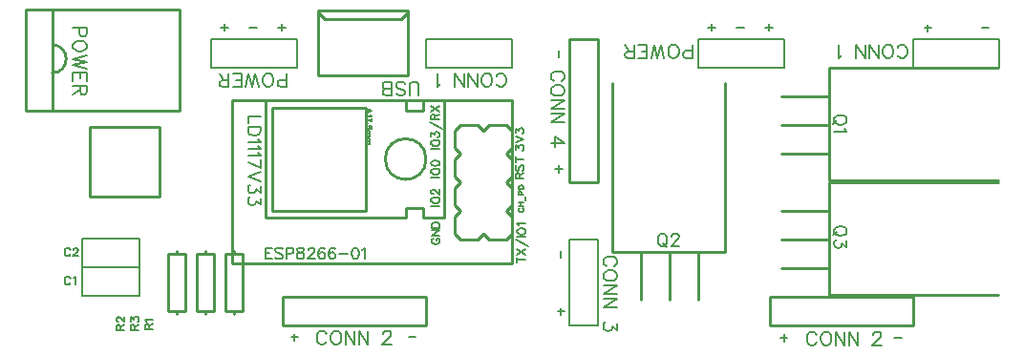
<source format=gto>
G04 ---------------------------- Layer name :TOP SILK LAYER*
G04 easyEDA 0.1*
G04 Scale: 100 percent, Rotated: No, Reflected: No *
G04 Dimensions in inches *
G04 leading zeros omitted , absolute positions ,2 integer and 4 * 
%FSLAX24Y24*%
%MOIN*%
G90*
G70D02*

%ADD10C,0.010000*%
%ADD11C,0.008000*%
%ADD12C,0.007992*%
%ADD13C,0.007900*%
%ADD14C,0.007000*%
%ADD15C,0.006000*%

%LPD*%
G54D10*
G01X9237Y21717D02*
G01X9237Y23977D01*
G01X9237Y21713D02*
G01X12386Y21713D01*
G01X12386Y21713D02*
G01X12386Y23973D01*
G01X9237Y23980D02*
G01X12386Y23980D01*
G01X9477Y23701D02*
G01X12142Y23701D01*
G01X9245Y23980D02*
G01X9245Y23933D01*
G01X9477Y23701D01*
G01X12375Y23973D02*
G01X12375Y23933D01*
G01X12142Y23701D01*
G54D11*
G01X13750Y23000D02*
G01X13000Y23000D01*
G01X13000Y22000D01*
G01X16000Y22000D01*
G01X16000Y23000D01*
G54D12*
G01X16000Y23000D02*
G01X13750Y23000D01*
G54D10*
G01X8000Y13000D02*
G01X8000Y14000D01*
G01X13000Y14000D01*
G01X13000Y13000D01*
G01X8000Y13000D01*
G01X1280Y19919D02*
G01X3719Y19919D01*
G01X3719Y17480D01*
G01X1280Y17480D01*
G01X1280Y19919D01*
G54D11*
G01X6250Y23000D02*
G01X5500Y23000D01*
G01X5500Y22000D01*
G01X8500Y22000D01*
G01X8500Y23000D01*
G54D12*
G01X8500Y23000D02*
G01X6250Y23000D01*
G54D10*
G01X6000Y13500D02*
G01X6000Y15500D01*
G01X6000Y15500D02*
G01X6300Y15500D01*
G01X6300Y15500D02*
G01X6600Y15500D01*
G01X6600Y15500D02*
G01X6600Y13500D01*
G01X6600Y13500D02*
G01X6300Y13500D01*
G01X6300Y13500D02*
G01X6000Y13500D01*
G01X6300Y15500D02*
G01X6300Y15600D01*
G01X6300Y13500D02*
G01X6300Y13400D01*
G54D11*
G01X30750Y23000D02*
G01X30000Y23000D01*
G01X30000Y22000D01*
G01X33000Y22000D01*
G01X33000Y23000D01*
G54D12*
G01X33000Y23000D02*
G01X30750Y23000D01*
G54D10*
G01X25000Y13000D02*
G01X25000Y14000D01*
G01X30000Y14000D01*
G01X30000Y13000D01*
G01X25000Y13000D01*
G54D11*
G01X23250Y23000D02*
G01X22500Y23000D01*
G01X22500Y22000D01*
G01X25500Y22000D01*
G01X25500Y23000D01*
G54D12*
G01X25500Y23000D02*
G01X23250Y23000D01*
G54D10*
G01X27064Y18042D02*
G01X32971Y18042D01*
G01X27064Y21980D02*
G01X27064Y18042D01*
G01X27064Y21980D02*
G01X32971Y21980D01*
G01X27000Y21000D02*
G01X25400Y21000D01*
G01X27000Y20000D02*
G01X25400Y20000D01*
G01X27000Y19000D02*
G01X25400Y19000D01*
G01X23456Y15565D02*
G01X23456Y21471D01*
G01X19519Y15565D02*
G01X23456Y15565D01*
G01X19519Y15565D02*
G01X19519Y21471D01*
G01X20500Y15500D02*
G01X20500Y13900D01*
G01X21500Y15500D02*
G01X21500Y13900D01*
G01X22500Y15500D02*
G01X22500Y13900D01*
G01X27064Y14042D02*
G01X32971Y14042D01*
G01X27064Y17980D02*
G01X27064Y14042D01*
G01X27064Y17980D02*
G01X32971Y17980D01*
G01X27000Y17000D02*
G01X25400Y17000D01*
G01X27000Y16000D02*
G01X25400Y16000D01*
G01X27000Y15000D02*
G01X25400Y15000D01*
G54D11*
G01X18000Y13750D02*
G01X18000Y13000D01*
G01X19000Y13000D01*
G01X19000Y16000D01*
G01X18000Y16000D01*
G54D12*
G01X18000Y16000D02*
G01X18000Y13750D01*
G54D10*
G01X19000Y18000D02*
G01X18000Y18000D01*
G01X18000Y23000D01*
G01X19000Y23000D01*
G01X19000Y18000D01*
G01X16000Y15150D02*
G01X16000Y20850D01*
G01X16000Y15150D02*
G01X6250Y15150D01*
G01X16000Y20850D02*
G01X6250Y20850D01*
G01X6250Y15150D01*
G01X14800Y16000D02*
G01X14200Y16000D01*
G01X14000Y16200D01*
G01X14000Y16800D01*
G01X14200Y17000D01*
G01X14000Y17200D01*
G01X14000Y17800D01*
G01X14200Y18000D01*
G01X14000Y18200D01*
G01X14000Y18800D01*
G01X14200Y19000D01*
G01X14000Y19200D01*
G01X14000Y19800D01*
G01X14200Y20000D01*
G01X14800Y20000D01*
G01X15000Y19800D01*
G01X15200Y20000D01*
G01X15800Y20000D01*
G01X16000Y19800D01*
G01X16000Y19200D01*
G01X15800Y19000D01*
G01X16000Y18800D01*
G01X16000Y18200D01*
G01X15800Y18000D01*
G01X16000Y17800D01*
G01X16000Y17200D01*
G01X15800Y17000D01*
G01X16000Y16800D01*
G01X16000Y16200D01*
G01X15800Y16000D01*
G01X15200Y16000D01*
G01X15000Y16200D01*
G01X14800Y16000D01*
G01X14700Y16000D01*
G01X7400Y20850D02*
G01X7400Y16750D01*
G01X13650Y16750D02*
G01X13650Y20850D01*
G01X7400Y16750D02*
G01X12300Y16750D01*
G01X12300Y16750D02*
G01X12300Y17100D01*
G01X12300Y17100D02*
G01X12900Y17100D01*
G01X12900Y17100D02*
G01X12900Y16750D01*
G01X12900Y16750D02*
G01X13650Y16750D01*
G01X7400Y20850D02*
G01X12300Y20850D01*
G01X12300Y20850D02*
G01X12300Y20500D01*
G01X12300Y20500D02*
G01X12900Y20500D01*
G01X12900Y20500D02*
G01X12900Y20850D01*
G01X12900Y20850D02*
G01X13650Y20850D01*
G01X7650Y20600D02*
G01X7650Y17000D01*
G01X10900Y17000D02*
G01X7650Y17000D01*
G01X10900Y17000D02*
G01X10900Y20600D01*
G01X7650Y20600D02*
G01X10900Y20600D01*
G54D13*
G01X1010Y14030D02*
G01X3010Y14030D01*
G01X3010Y15030D01*
G01X1010Y15030D01*
G01X1010Y14030D01*
G01X1010Y15030D02*
G01X3010Y15030D01*
G01X3010Y16030D01*
G01X1010Y16030D01*
G01X1010Y15030D01*
G54D10*
G01X5600Y15500D02*
G01X5600Y13500D01*
G01X5600Y13500D02*
G01X5300Y13500D01*
G01X5300Y13500D02*
G01X5000Y13500D01*
G01X5000Y13500D02*
G01X5000Y15500D01*
G01X5000Y15500D02*
G01X5300Y15500D01*
G01X5300Y15500D02*
G01X5600Y15500D01*
G01X5300Y13500D02*
G01X5300Y13400D01*
G01X5300Y15500D02*
G01X5300Y15600D01*
G01X4600Y15500D02*
G01X4600Y13500D01*
G01X4600Y13500D02*
G01X4300Y13500D01*
G01X4300Y13500D02*
G01X4000Y13500D01*
G01X4000Y13500D02*
G01X4000Y15500D01*
G01X4000Y15500D02*
G01X4300Y15500D01*
G01X4300Y15500D02*
G01X4600Y15500D01*
G01X4300Y13500D02*
G01X4300Y13400D01*
G01X4300Y15500D02*
G01X4300Y15600D01*
G01X-954Y24032D02*
G01X-954Y20508D01*
G01X4400Y20508D01*
G01X4400Y24032D01*
G01X-954Y24032D01*
G01X-28Y20508D02*
G01X-28Y24032D01*
G54D14*
G01X7229Y20300D02*
G01X6800Y20300D01*
G01X6800Y20300D02*
G01X6800Y20055D01*
G01X7229Y19919D02*
G01X6800Y19919D01*
G01X7229Y19919D02*
G01X7229Y19776D01*
G01X7209Y19715D01*
G01X7168Y19673D01*
G01X7127Y19653D01*
G01X7066Y19632D01*
G01X6964Y19632D01*
G01X6902Y19653D01*
G01X6861Y19673D01*
G01X6820Y19715D01*
G01X6800Y19776D01*
G01X6800Y19919D01*
G01X7148Y19498D02*
G01X7168Y19457D01*
G01X7229Y19396D01*
G01X6800Y19396D01*
G01X7148Y19261D02*
G01X7168Y19219D01*
G01X7229Y19159D01*
G01X6800Y19159D01*
G01X7148Y19023D02*
G01X7168Y18982D01*
G01X7229Y18921D01*
G01X6800Y18921D01*
G01X7229Y18500D02*
G01X6800Y18705D01*
G01X7229Y18786D02*
G01X7229Y18500D01*
G01X7229Y18365D02*
G01X6800Y18201D01*
G01X7229Y18038D02*
G01X6800Y18201D01*
G01X7229Y17861D02*
G01X7229Y17636D01*
G01X7066Y17759D01*
G01X7066Y17698D01*
G01X7045Y17657D01*
G01X7025Y17636D01*
G01X6964Y17615D01*
G01X6923Y17615D01*
G01X6861Y17636D01*
G01X6820Y17678D01*
G01X6800Y17738D01*
G01X6800Y17800D01*
G01X6820Y17861D01*
G01X6841Y17882D01*
G01X6882Y17903D01*
G01X7229Y17440D02*
G01X7229Y17215D01*
G01X7066Y17338D01*
G01X7066Y17277D01*
G01X7045Y17236D01*
G01X7025Y17215D01*
G01X6964Y17194D01*
G01X6923Y17194D01*
G01X6861Y17215D01*
G01X6820Y17255D01*
G01X6800Y17317D01*
G01X6800Y17378D01*
G01X6820Y17440D01*
G01X6841Y17461D01*
G01X6882Y17480D01*
G01X16135Y19126D02*
G01X16135Y19276D01*
G01X16244Y19194D01*
G01X16244Y19235D01*
G01X16258Y19263D01*
G01X16272Y19276D01*
G01X16313Y19290D01*
G01X16340Y19290D01*
G01X16381Y19276D01*
G01X16408Y19249D01*
G01X16422Y19208D01*
G01X16422Y19167D01*
G01X16408Y19126D01*
G01X16394Y19113D01*
G01X16367Y19099D01*
G01X16135Y19380D02*
G01X16422Y19489D01*
G01X16135Y19598D02*
G01X16422Y19489D01*
G01X16135Y19715D02*
G01X16135Y19865D01*
G01X16244Y19784D01*
G01X16244Y19824D01*
G01X16258Y19852D01*
G01X16272Y19865D01*
G01X16313Y19879D01*
G01X16340Y19879D01*
G01X16381Y19865D01*
G01X16408Y19838D01*
G01X16422Y19797D01*
G01X16422Y19756D01*
G01X16408Y19715D01*
G01X16394Y19702D01*
G01X16367Y19688D01*
G01X16189Y15275D02*
G01X16477Y15275D01*
G01X16189Y15180D02*
G01X16189Y15371D01*
G01X16189Y15461D02*
G01X16477Y15651D01*
G01X16189Y15651D02*
G01X16477Y15461D01*
G01X16135Y15986D02*
G01X16572Y15742D01*
G01X16189Y16076D02*
G01X16477Y16076D01*
G01X16189Y16248D02*
G01X16203Y16221D01*
G01X16231Y16194D01*
G01X16259Y16180D01*
G01X16298Y16167D01*
G01X16368Y16167D01*
G01X16409Y16180D01*
G01X16435Y16194D01*
G01X16463Y16221D01*
G01X16477Y16248D01*
G01X16477Y16303D01*
G01X16463Y16330D01*
G01X16435Y16357D01*
G01X16409Y16371D01*
G01X16368Y16384D01*
G01X16298Y16384D01*
G01X16259Y16371D01*
G01X16231Y16357D01*
G01X16203Y16330D01*
G01X16189Y16303D01*
G01X16189Y16248D01*
G01X16244Y16475D02*
G01X16231Y16503D01*
G01X16189Y16544D01*
G01X16477Y16544D01*
G01X16136Y18127D02*
G01X16423Y18127D01*
G01X16136Y18127D02*
G01X16136Y18250D01*
G01X16150Y18290D01*
G01X16164Y18303D01*
G01X16191Y18317D01*
G01X16218Y18317D01*
G01X16245Y18303D01*
G01X16259Y18290D01*
G01X16273Y18250D01*
G01X16273Y18127D01*
G01X16273Y18221D02*
G01X16423Y18317D01*
G01X16177Y18598D02*
G01X16150Y18571D01*
G01X16136Y18530D01*
G01X16136Y18476D01*
G01X16150Y18434D01*
G01X16177Y18407D01*
G01X16205Y18407D01*
G01X16232Y18421D01*
G01X16245Y18434D01*
G01X16259Y18461D01*
G01X16286Y18544D01*
G01X16300Y18571D01*
G01X16314Y18584D01*
G01X16341Y18598D01*
G01X16382Y18598D01*
G01X16409Y18571D01*
G01X16423Y18530D01*
G01X16423Y18476D01*
G01X16409Y18434D01*
G01X16382Y18407D01*
G01X16136Y18784D02*
G01X16423Y18784D01*
G01X16136Y18688D02*
G01X16136Y18880D01*
G01X16281Y17094D02*
G01X16263Y17084D01*
G01X16245Y17067D01*
G01X16236Y17048D01*
G01X16236Y17013D01*
G01X16245Y16994D01*
G01X16263Y16976D01*
G01X16281Y16967D01*
G01X16309Y16957D01*
G01X16354Y16957D01*
G01X16381Y16967D01*
G01X16400Y16976D01*
G01X16418Y16994D01*
G01X16427Y17013D01*
G01X16427Y17048D01*
G01X16418Y17067D01*
G01X16400Y17084D01*
G01X16381Y17094D01*
G01X16236Y17153D02*
G01X16427Y17153D01*
G01X16236Y17282D02*
G01X16427Y17282D01*
G01X16327Y17153D02*
G01X16327Y17282D01*
G01X16490Y17342D02*
G01X16490Y17505D01*
G01X16236Y17565D02*
G01X16427Y17565D01*
G01X16236Y17565D02*
G01X16236Y17646D01*
G01X16245Y17673D01*
G01X16254Y17682D01*
G01X16272Y17692D01*
G01X16300Y17692D01*
G01X16318Y17682D01*
G01X16327Y17673D01*
G01X16336Y17646D01*
G01X16336Y17565D01*
G01X16236Y17753D02*
G01X16427Y17753D01*
G01X16236Y17753D02*
G01X16236Y17815D01*
G01X16245Y17842D01*
G01X16263Y17861D01*
G01X16281Y17871D01*
G01X16309Y17880D01*
G01X16354Y17880D01*
G01X16381Y17871D01*
G01X16400Y17861D01*
G01X16418Y17842D01*
G01X16427Y17815D01*
G01X16427Y17753D01*
G01X13268Y16038D02*
G01X13240Y16024D01*
G01X13213Y15997D01*
G01X13199Y15969D01*
G01X13199Y15915D01*
G01X13213Y15888D01*
G01X13240Y15860D01*
G01X13268Y15847D01*
G01X13308Y15833D01*
G01X13377Y15833D01*
G01X13418Y15847D01*
G01X13445Y15860D01*
G01X13472Y15888D01*
G01X13486Y15915D01*
G01X13486Y15969D01*
G01X13472Y15997D01*
G01X13445Y16024D01*
G01X13418Y16038D01*
G01X13377Y16038D01*
G01X13377Y15969D02*
G01X13377Y16038D01*
G01X13199Y16128D02*
G01X13486Y16128D01*
G01X13199Y16128D02*
G01X13486Y16318D01*
G01X13199Y16318D02*
G01X13486Y16318D01*
G01X13199Y16408D02*
G01X13486Y16408D01*
G01X13199Y16408D02*
G01X13199Y16504D01*
G01X13213Y16545D01*
G01X13240Y16572D01*
G01X13268Y16586D01*
G01X13308Y16599D01*
G01X13377Y16599D01*
G01X13418Y16586D01*
G01X13445Y16572D01*
G01X13472Y16545D01*
G01X13486Y16504D01*
G01X13486Y16408D01*
G01X13194Y17165D02*
G01X13481Y17165D01*
G01X13194Y17338D02*
G01X13209Y17311D01*
G01X13235Y17282D01*
G01X13264Y17269D01*
G01X13303Y17255D01*
G01X13372Y17255D01*
G01X13414Y17269D01*
G01X13440Y17282D01*
G01X13468Y17311D01*
G01X13481Y17338D01*
G01X13481Y17392D01*
G01X13468Y17419D01*
G01X13440Y17446D01*
G01X13414Y17461D01*
G01X13372Y17473D01*
G01X13303Y17473D01*
G01X13264Y17461D01*
G01X13235Y17446D01*
G01X13209Y17419D01*
G01X13194Y17392D01*
G01X13194Y17338D01*
G01X13264Y17578D02*
G01X13250Y17578D01*
G01X13222Y17590D01*
G01X13209Y17605D01*
G01X13194Y17632D01*
G01X13194Y17686D01*
G01X13209Y17713D01*
G01X13222Y17728D01*
G01X13250Y17740D01*
G01X13277Y17740D01*
G01X13303Y17728D01*
G01X13344Y17701D01*
G01X13481Y17563D01*
G01X13481Y17755D01*
G01X13194Y18165D02*
G01X13481Y18165D01*
G01X13194Y18338D02*
G01X13209Y18311D01*
G01X13235Y18282D01*
G01X13264Y18269D01*
G01X13303Y18255D01*
G01X13372Y18255D01*
G01X13414Y18269D01*
G01X13440Y18282D01*
G01X13468Y18311D01*
G01X13481Y18338D01*
G01X13481Y18392D01*
G01X13468Y18419D01*
G01X13440Y18446D01*
G01X13414Y18461D01*
G01X13372Y18473D01*
G01X13303Y18473D01*
G01X13264Y18461D01*
G01X13235Y18446D01*
G01X13209Y18419D01*
G01X13194Y18392D01*
G01X13194Y18338D01*
G01X13194Y18646D02*
G01X13209Y18605D01*
G01X13250Y18578D01*
G01X13318Y18563D01*
G01X13359Y18563D01*
G01X13427Y18578D01*
G01X13468Y18605D01*
G01X13481Y18646D01*
G01X13481Y18673D01*
G01X13468Y18713D01*
G01X13427Y18740D01*
G01X13359Y18755D01*
G01X13318Y18755D01*
G01X13250Y18740D01*
G01X13209Y18713D01*
G01X13194Y18673D01*
G01X13194Y18646D01*
G01X13189Y19165D02*
G01X13477Y19165D01*
G01X13189Y19338D02*
G01X13203Y19311D01*
G01X13231Y19282D01*
G01X13259Y19269D01*
G01X13298Y19255D01*
G01X13368Y19255D01*
G01X13409Y19269D01*
G01X13435Y19282D01*
G01X13463Y19311D01*
G01X13477Y19338D01*
G01X13477Y19392D01*
G01X13463Y19419D01*
G01X13435Y19446D01*
G01X13409Y19461D01*
G01X13368Y19473D01*
G01X13298Y19473D01*
G01X13259Y19461D01*
G01X13231Y19446D01*
G01X13203Y19419D01*
G01X13189Y19392D01*
G01X13189Y19338D01*
G01X13189Y19590D02*
G01X13189Y19740D01*
G01X13298Y19659D01*
G01X13298Y19701D01*
G01X13313Y19728D01*
G01X13327Y19740D01*
G01X13368Y19755D01*
G01X13394Y19755D01*
G01X13435Y19740D01*
G01X13463Y19713D01*
G01X13477Y19673D01*
G01X13477Y19632D01*
G01X13463Y19590D01*
G01X13448Y19578D01*
G01X13422Y19563D01*
G01X13135Y20090D02*
G01X13572Y19844D01*
G01X13189Y20180D02*
G01X13477Y20180D01*
G01X13189Y20180D02*
G01X13189Y20303D01*
G01X13203Y20344D01*
G01X13218Y20357D01*
G01X13244Y20371D01*
G01X13272Y20371D01*
G01X13298Y20357D01*
G01X13313Y20344D01*
G01X13327Y20303D01*
G01X13327Y20180D01*
G01X13327Y20276D02*
G01X13477Y20371D01*
G01X13189Y20461D02*
G01X13477Y20652D01*
G01X13189Y20652D02*
G01X13477Y20461D01*
G54D11*
G01X8150Y21322D02*
G01X8150Y21800D01*
G01X8150Y21322D02*
G01X7944Y21322D01*
G01X7877Y21345D01*
G01X7855Y21368D01*
G01X7831Y21413D01*
G01X7831Y21481D01*
G01X7855Y21527D01*
G01X7877Y21550D01*
G01X7944Y21572D01*
G01X8150Y21572D01*
G01X7544Y21322D02*
G01X7590Y21345D01*
G01X7635Y21390D01*
G01X7659Y21436D01*
G01X7681Y21504D01*
G01X7681Y21618D01*
G01X7659Y21686D01*
G01X7635Y21731D01*
G01X7590Y21777D01*
G01X7544Y21800D01*
G01X7455Y21800D01*
G01X7409Y21777D01*
G01X7364Y21731D01*
G01X7340Y21686D01*
G01X7318Y21618D01*
G01X7318Y21504D01*
G01X7340Y21436D01*
G01X7364Y21390D01*
G01X7409Y21345D01*
G01X7455Y21322D01*
G01X7544Y21322D01*
G01X7168Y21322D02*
G01X7055Y21800D01*
G01X6940Y21322D02*
G01X7055Y21800D01*
G01X6940Y21322D02*
G01X6827Y21800D01*
G01X6714Y21322D02*
G01X6827Y21800D01*
G01X6564Y21322D02*
G01X6564Y21800D01*
G01X6564Y21322D02*
G01X6268Y21322D01*
G01X6564Y21550D02*
G01X6381Y21550D01*
G01X6564Y21800D02*
G01X6268Y21800D01*
G01X6118Y21322D02*
G01X6118Y21800D01*
G01X6118Y21322D02*
G01X5914Y21322D01*
G01X5844Y21345D01*
G01X5822Y21368D01*
G01X5800Y21413D01*
G01X5800Y21459D01*
G01X5822Y21504D01*
G01X5844Y21527D01*
G01X5914Y21550D01*
G01X6118Y21550D01*
G01X5959Y21550D02*
G01X5800Y21800D01*
G01X15463Y21436D02*
G01X15486Y21390D01*
G01X15531Y21344D01*
G01X15577Y21321D01*
G01X15668Y21321D01*
G01X15713Y21344D01*
G01X15759Y21390D01*
G01X15781Y21436D01*
G01X15804Y21503D01*
G01X15804Y21617D01*
G01X15781Y21686D01*
G01X15759Y21730D01*
G01X15713Y21777D01*
G01X15668Y21800D01*
G01X15577Y21800D01*
G01X15531Y21777D01*
G01X15486Y21730D01*
G01X15463Y21686D01*
G01X15177Y21321D02*
G01X15222Y21344D01*
G01X15268Y21390D01*
G01X15290Y21436D01*
G01X15313Y21503D01*
G01X15313Y21617D01*
G01X15290Y21686D01*
G01X15268Y21730D01*
G01X15222Y21777D01*
G01X15177Y21800D01*
G01X15086Y21800D01*
G01X15040Y21777D01*
G01X14995Y21730D01*
G01X14972Y21686D01*
G01X14949Y21617D01*
G01X14949Y21503D01*
G01X14972Y21436D01*
G01X14995Y21390D01*
G01X15040Y21344D01*
G01X15086Y21321D01*
G01X15177Y21321D01*
G01X14799Y21321D02*
G01X14799Y21800D01*
G01X14799Y21321D02*
G01X14481Y21800D01*
G01X14481Y21321D02*
G01X14481Y21800D01*
G01X14331Y21321D02*
G01X14331Y21800D01*
G01X14331Y21321D02*
G01X14013Y21800D01*
G01X14013Y21321D02*
G01X14013Y21800D01*
G01X13513Y21413D02*
G01X13468Y21390D01*
G01X13399Y21321D01*
G01X13399Y21800D01*
G01X29464Y22436D02*
G01X29487Y22390D01*
G01X29532Y22344D01*
G01X29578Y22321D01*
G01X29669Y22321D01*
G01X29714Y22344D01*
G01X29760Y22390D01*
G01X29782Y22436D01*
G01X29805Y22503D01*
G01X29805Y22617D01*
G01X29782Y22686D01*
G01X29760Y22730D01*
G01X29714Y22777D01*
G01X29669Y22800D01*
G01X29578Y22800D01*
G01X29532Y22777D01*
G01X29487Y22730D01*
G01X29464Y22686D01*
G01X29178Y22321D02*
G01X29223Y22344D01*
G01X29269Y22390D01*
G01X29291Y22436D01*
G01X29314Y22503D01*
G01X29314Y22617D01*
G01X29291Y22686D01*
G01X29269Y22730D01*
G01X29223Y22777D01*
G01X29178Y22800D01*
G01X29087Y22800D01*
G01X29041Y22777D01*
G01X28996Y22730D01*
G01X28973Y22686D01*
G01X28950Y22617D01*
G01X28950Y22503D01*
G01X28973Y22436D01*
G01X28996Y22390D01*
G01X29041Y22344D01*
G01X29087Y22321D01*
G01X29178Y22321D01*
G01X28800Y22321D02*
G01X28800Y22800D01*
G01X28800Y22321D02*
G01X28482Y22800D01*
G01X28482Y22321D02*
G01X28482Y22800D01*
G01X28332Y22321D02*
G01X28332Y22800D01*
G01X28332Y22321D02*
G01X28014Y22800D01*
G01X28014Y22321D02*
G01X28014Y22800D01*
G01X27514Y22413D02*
G01X27469Y22390D01*
G01X27400Y22321D01*
G01X27400Y22800D01*
G01X9540Y12686D02*
G01X9518Y12732D01*
G01X9472Y12776D01*
G01X9427Y12800D01*
G01X9335Y12800D01*
G01X9290Y12776D01*
G01X9244Y12732D01*
G01X9222Y12686D01*
G01X9200Y12617D01*
G01X9200Y12503D01*
G01X9222Y12436D01*
G01X9244Y12390D01*
G01X9290Y12344D01*
G01X9335Y12321D01*
G01X9427Y12321D01*
G01X9472Y12344D01*
G01X9518Y12390D01*
G01X9540Y12436D01*
G01X9827Y12800D02*
G01X9781Y12776D01*
G01X9735Y12732D01*
G01X9714Y12686D01*
G01X9690Y12617D01*
G01X9690Y12503D01*
G01X9714Y12436D01*
G01X9735Y12390D01*
G01X9781Y12344D01*
G01X9827Y12321D01*
G01X9918Y12321D01*
G01X9964Y12344D01*
G01X10009Y12390D01*
G01X10031Y12436D01*
G01X10055Y12503D01*
G01X10055Y12617D01*
G01X10031Y12686D01*
G01X10009Y12732D01*
G01X9964Y12776D01*
G01X9918Y12800D01*
G01X9827Y12800D01*
G01X10205Y12800D02*
G01X10205Y12321D01*
G01X10205Y12800D02*
G01X10522Y12321D01*
G01X10522Y12800D02*
G01X10522Y12321D01*
G01X10672Y12800D02*
G01X10672Y12321D01*
G01X10672Y12800D02*
G01X10990Y12321D01*
G01X10990Y12800D02*
G01X10990Y12321D01*
G01X11514Y12686D02*
G01X11514Y12709D01*
G01X11535Y12753D01*
G01X11559Y12776D01*
G01X11605Y12800D01*
G01X11694Y12800D01*
G01X11740Y12776D01*
G01X11764Y12753D01*
G01X11785Y12709D01*
G01X11785Y12663D01*
G01X11764Y12617D01*
G01X11718Y12550D01*
G01X11490Y12321D01*
G01X11809Y12321D01*
G01X26640Y12659D02*
G01X26618Y12705D01*
G01X26572Y12750D01*
G01X26527Y12773D01*
G01X26435Y12773D01*
G01X26390Y12750D01*
G01X26344Y12705D01*
G01X26322Y12659D01*
G01X26300Y12590D01*
G01X26300Y12476D01*
G01X26322Y12409D01*
G01X26344Y12363D01*
G01X26390Y12317D01*
G01X26435Y12294D01*
G01X26527Y12294D01*
G01X26572Y12317D01*
G01X26618Y12363D01*
G01X26640Y12409D01*
G01X26927Y12773D02*
G01X26881Y12750D01*
G01X26835Y12705D01*
G01X26814Y12659D01*
G01X26790Y12590D01*
G01X26790Y12476D01*
G01X26814Y12409D01*
G01X26835Y12363D01*
G01X26881Y12317D01*
G01X26927Y12294D01*
G01X27018Y12294D01*
G01X27064Y12317D01*
G01X27109Y12363D01*
G01X27131Y12409D01*
G01X27155Y12476D01*
G01X27155Y12590D01*
G01X27131Y12659D01*
G01X27109Y12705D01*
G01X27064Y12750D01*
G01X27018Y12773D01*
G01X26927Y12773D01*
G01X27305Y12773D02*
G01X27305Y12294D01*
G01X27305Y12773D02*
G01X27622Y12294D01*
G01X27622Y12773D02*
G01X27622Y12294D01*
G01X27772Y12773D02*
G01X27772Y12294D01*
G01X27772Y12773D02*
G01X28090Y12294D01*
G01X28090Y12773D02*
G01X28090Y12294D01*
G01X28614Y12659D02*
G01X28614Y12682D01*
G01X28635Y12726D01*
G01X28659Y12750D01*
G01X28705Y12773D01*
G01X28794Y12773D01*
G01X28840Y12750D01*
G01X28864Y12726D01*
G01X28885Y12682D01*
G01X28885Y12636D01*
G01X28864Y12590D01*
G01X28818Y12523D01*
G01X28590Y12294D01*
G01X28909Y12294D01*
G01X19563Y15059D02*
G01X19609Y15082D01*
G01X19654Y15126D01*
G01X19677Y15173D01*
G01X19677Y15263D01*
G01X19654Y15309D01*
G01X19609Y15355D01*
G01X19563Y15376D01*
G01X19495Y15400D01*
G01X19381Y15400D01*
G01X19313Y15376D01*
G01X19268Y15355D01*
G01X19222Y15309D01*
G01X19199Y15263D01*
G01X19199Y15173D01*
G01X19222Y15126D01*
G01X19268Y15082D01*
G01X19313Y15059D01*
G01X19677Y14773D02*
G01X19654Y14817D01*
G01X19609Y14863D01*
G01X19563Y14886D01*
G01X19495Y14909D01*
G01X19381Y14909D01*
G01X19313Y14886D01*
G01X19268Y14863D01*
G01X19222Y14817D01*
G01X19199Y14773D01*
G01X19199Y14682D01*
G01X19222Y14636D01*
G01X19268Y14590D01*
G01X19313Y14567D01*
G01X19381Y14544D01*
G01X19495Y14544D01*
G01X19563Y14567D01*
G01X19609Y14590D01*
G01X19654Y14636D01*
G01X19677Y14682D01*
G01X19677Y14773D01*
G01X19677Y14394D02*
G01X19199Y14394D01*
G01X19677Y14394D02*
G01X19199Y14076D01*
G01X19677Y14076D02*
G01X19199Y14076D01*
G01X19677Y13926D02*
G01X19199Y13926D01*
G01X19677Y13926D02*
G01X19199Y13609D01*
G01X19677Y13609D02*
G01X19199Y13609D01*
G01X19677Y13063D02*
G01X19677Y12813D01*
G01X19495Y12950D01*
G01X19495Y12882D01*
G01X19472Y12836D01*
G01X19449Y12813D01*
G01X19381Y12790D01*
G01X19336Y12790D01*
G01X19268Y12813D01*
G01X19222Y12859D01*
G01X19199Y12926D01*
G01X19199Y12994D01*
G01X19222Y13063D01*
G01X19245Y13086D01*
G01X19290Y13109D01*
G01X17731Y21527D02*
G01X17777Y21550D01*
G01X17822Y21595D01*
G01X17846Y21641D01*
G01X17846Y21732D01*
G01X17822Y21777D01*
G01X17777Y21823D01*
G01X17731Y21845D01*
G01X17664Y21868D01*
G01X17550Y21868D01*
G01X17481Y21845D01*
G01X17436Y21823D01*
G01X17390Y21777D01*
G01X17368Y21732D01*
G01X17368Y21641D01*
G01X17390Y21595D01*
G01X17436Y21550D01*
G01X17481Y21527D01*
G01X17846Y21241D02*
G01X17822Y21286D01*
G01X17777Y21332D01*
G01X17731Y21354D01*
G01X17664Y21377D01*
G01X17550Y21377D01*
G01X17481Y21354D01*
G01X17436Y21332D01*
G01X17390Y21286D01*
G01X17368Y21241D01*
G01X17368Y21150D01*
G01X17390Y21104D01*
G01X17436Y21059D01*
G01X17481Y21036D01*
G01X17550Y21013D01*
G01X17664Y21013D01*
G01X17731Y21036D01*
G01X17777Y21059D01*
G01X17822Y21104D01*
G01X17846Y21150D01*
G01X17846Y21241D01*
G01X17846Y20863D02*
G01X17368Y20863D01*
G01X17846Y20863D02*
G01X17368Y20545D01*
G01X17846Y20545D02*
G01X17368Y20545D01*
G01X17846Y20395D02*
G01X17368Y20395D01*
G01X17846Y20395D02*
G01X17368Y20077D01*
G01X17846Y20077D02*
G01X17368Y20077D01*
G01X17846Y19350D02*
G01X17527Y19577D01*
G01X17527Y19236D01*
G01X17846Y19350D02*
G01X17368Y19350D01*
G01X17846Y13476D02*
G01X17600Y13476D01*
G01X17722Y13600D02*
G01X17722Y13355D01*
G01X17700Y15600D02*
G01X17700Y15355D01*
G01X7100Y23400D02*
G01X6855Y23400D01*
G01X5977Y23277D02*
G01X5977Y23523D01*
G01X6100Y23400D02*
G01X5855Y23400D01*
G01X7977Y23277D02*
G01X7977Y23523D01*
G01X8100Y23400D02*
G01X7855Y23400D01*
G01X24100Y23400D02*
G01X23855Y23400D01*
G01X22977Y23277D02*
G01X22977Y23523D01*
G01X23100Y23400D02*
G01X22855Y23400D01*
G01X24977Y23277D02*
G01X24977Y23523D01*
G01X25100Y23400D02*
G01X24855Y23400D01*
G01X32644Y23400D02*
G01X32399Y23400D01*
G01X30521Y23253D02*
G01X30521Y23500D01*
G01X30644Y23377D02*
G01X30399Y23377D01*
G01X22300Y22327D02*
G01X22300Y22805D01*
G01X22300Y22327D02*
G01X22094Y22327D01*
G01X22027Y22350D01*
G01X22005Y22373D01*
G01X21981Y22418D01*
G01X21981Y22486D01*
G01X22005Y22532D01*
G01X22027Y22555D01*
G01X22094Y22577D01*
G01X22300Y22577D01*
G01X21694Y22327D02*
G01X21740Y22350D01*
G01X21785Y22395D01*
G01X21809Y22441D01*
G01X21831Y22509D01*
G01X21831Y22623D01*
G01X21809Y22691D01*
G01X21785Y22736D01*
G01X21740Y22782D01*
G01X21694Y22805D01*
G01X21605Y22805D01*
G01X21559Y22782D01*
G01X21514Y22736D01*
G01X21490Y22691D01*
G01X21468Y22623D01*
G01X21468Y22509D01*
G01X21490Y22441D01*
G01X21514Y22395D01*
G01X21559Y22350D01*
G01X21605Y22327D01*
G01X21694Y22327D01*
G01X21318Y22327D02*
G01X21205Y22805D01*
G01X21090Y22327D02*
G01X21205Y22805D01*
G01X21090Y22327D02*
G01X20977Y22805D01*
G01X20864Y22327D02*
G01X20977Y22805D01*
G01X20714Y22327D02*
G01X20714Y22805D01*
G01X20714Y22327D02*
G01X20418Y22327D01*
G01X20714Y22555D02*
G01X20531Y22555D01*
G01X20714Y22805D02*
G01X20418Y22805D01*
G01X20268Y22327D02*
G01X20268Y22805D01*
G01X20268Y22327D02*
G01X20064Y22327D01*
G01X19994Y22350D01*
G01X19972Y22373D01*
G01X19950Y22418D01*
G01X19950Y22464D01*
G01X19972Y22509D01*
G01X19994Y22532D01*
G01X20064Y22555D01*
G01X20268Y22555D01*
G01X20109Y22555D02*
G01X19950Y22805D01*
G01X12754Y21021D02*
G01X12754Y21363D01*
G01X12731Y21430D01*
G01X12686Y21477D01*
G01X12618Y21500D01*
G01X12572Y21500D01*
G01X12504Y21477D01*
G01X12459Y21430D01*
G01X12436Y21363D01*
G01X12436Y21021D01*
G01X11968Y21090D02*
G01X12013Y21044D01*
G01X12081Y21021D01*
G01X12172Y21021D01*
G01X12240Y21044D01*
G01X12286Y21090D01*
G01X12286Y21136D01*
G01X12263Y21180D01*
G01X12240Y21203D01*
G01X12195Y21227D01*
G01X12059Y21271D01*
G01X12013Y21294D01*
G01X11990Y21317D01*
G01X11968Y21363D01*
G01X11968Y21430D01*
G01X12013Y21477D01*
G01X12081Y21500D01*
G01X12172Y21500D01*
G01X12240Y21477D01*
G01X12286Y21430D01*
G01X11818Y21021D02*
G01X11818Y21500D01*
G01X11818Y21021D02*
G01X11613Y21021D01*
G01X11545Y21044D01*
G01X11522Y21067D01*
G01X11499Y21113D01*
G01X11499Y21159D01*
G01X11522Y21203D01*
G01X11545Y21227D01*
G01X11613Y21250D01*
G01X11818Y21250D02*
G01X11613Y21250D01*
G01X11545Y21271D01*
G01X11522Y21294D01*
G01X11499Y21340D01*
G01X11499Y21409D01*
G01X11522Y21453D01*
G01X11545Y21477D01*
G01X11613Y21500D01*
G01X11818Y21500D01*
G01X1172Y23400D02*
G01X694Y23400D01*
G01X1172Y23400D02*
G01X1172Y23194D01*
G01X1149Y23127D01*
G01X1126Y23105D01*
G01X1081Y23082D01*
G01X1013Y23082D01*
G01X967Y23105D01*
G01X944Y23127D01*
G01X922Y23194D01*
G01X922Y23400D01*
G01X1172Y22794D02*
G01X1149Y22840D01*
G01X1104Y22886D01*
G01X1058Y22909D01*
G01X990Y22932D01*
G01X876Y22932D01*
G01X808Y22909D01*
G01X763Y22886D01*
G01X717Y22840D01*
G01X694Y22794D01*
G01X694Y22705D01*
G01X717Y22659D01*
G01X763Y22613D01*
G01X808Y22590D01*
G01X876Y22567D01*
G01X990Y22567D01*
G01X1058Y22590D01*
G01X1104Y22613D01*
G01X1149Y22659D01*
G01X1172Y22705D01*
G01X1172Y22794D01*
G01X1172Y22417D02*
G01X694Y22305D01*
G01X1172Y22190D02*
G01X694Y22305D01*
G01X1172Y22190D02*
G01X694Y22077D01*
G01X1172Y21963D02*
G01X694Y22077D01*
G01X1172Y21813D02*
G01X694Y21813D01*
G01X1172Y21813D02*
G01X1172Y21517D01*
G01X944Y21813D02*
G01X944Y21632D01*
G01X694Y21813D02*
G01X694Y21517D01*
G01X1172Y21367D02*
G01X694Y21367D01*
G01X1172Y21367D02*
G01X1172Y21163D01*
G01X1149Y21094D01*
G01X1126Y21073D01*
G01X1081Y21050D01*
G01X1035Y21050D01*
G01X990Y21073D01*
G01X967Y21094D01*
G01X944Y21163D01*
G01X944Y21367D01*
G01X944Y21209D02*
G01X694Y21050D01*
G01X8422Y12453D02*
G01X8422Y12700D01*
G01X8545Y12576D02*
G01X8300Y12576D01*
G01X12645Y12600D02*
G01X12400Y12600D01*
G54D14*
G01X2699Y12828D02*
G01X2986Y12828D01*
G01X2699Y12828D02*
G01X2699Y12951D01*
G01X2713Y12992D01*
G01X2727Y13005D01*
G01X2754Y13019D01*
G01X2781Y13019D01*
G01X2808Y13005D01*
G01X2822Y12992D01*
G01X2836Y12951D01*
G01X2836Y12828D01*
G01X2836Y12923D02*
G01X2986Y13019D01*
G01X2699Y13136D02*
G01X2699Y13286D01*
G01X2808Y13204D01*
G01X2808Y13245D01*
G01X2822Y13273D01*
G01X2836Y13286D01*
G01X2877Y13300D01*
G01X2904Y13300D01*
G01X2945Y13286D01*
G01X2972Y13259D01*
G01X2986Y13218D01*
G01X2986Y13177D01*
G01X2972Y13136D01*
G01X2958Y13123D01*
G01X2931Y13109D01*
G54D11*
G01X25500Y12432D02*
G01X25500Y12678D01*
G01X25622Y12555D02*
G01X25377Y12555D01*
G01X29600Y12555D02*
G01X29355Y12555D01*
G54D14*
G01X27689Y20211D02*
G01X27669Y20253D01*
G01X27628Y20294D01*
G01X27587Y20315D01*
G01X27526Y20334D01*
G01X27424Y20334D01*
G01X27362Y20315D01*
G01X27321Y20294D01*
G01X27280Y20253D01*
G01X27260Y20211D01*
G01X27260Y20130D01*
G01X27280Y20090D01*
G01X27321Y20048D01*
G01X27362Y20028D01*
G01X27424Y20007D01*
G01X27526Y20007D01*
G01X27587Y20028D01*
G01X27628Y20048D01*
G01X27669Y20090D01*
G01X27689Y20130D01*
G01X27689Y20211D01*
G01X27342Y20151D02*
G01X27219Y20028D01*
G01X27608Y19873D02*
G01X27628Y19832D01*
G01X27689Y19769D01*
G01X27260Y19769D01*
G01X21223Y16200D02*
G01X21182Y16180D01*
G01X21141Y16138D01*
G01X21120Y16098D01*
G01X21100Y16036D01*
G01X21100Y15934D01*
G01X21120Y15873D01*
G01X21141Y15832D01*
G01X21182Y15790D01*
G01X21223Y15771D01*
G01X21305Y15771D01*
G01X21345Y15790D01*
G01X21386Y15832D01*
G01X21407Y15873D01*
G01X21427Y15934D01*
G01X21427Y16036D01*
G01X21407Y16098D01*
G01X21386Y16138D01*
G01X21345Y16180D01*
G01X21305Y16200D01*
G01X21223Y16200D01*
G01X21284Y15853D02*
G01X21407Y15730D01*
G01X21583Y16098D02*
G01X21583Y16119D01*
G01X21603Y16159D01*
G01X21624Y16180D01*
G01X21665Y16200D01*
G01X21746Y16200D01*
G01X21787Y16180D01*
G01X21808Y16159D01*
G01X21828Y16119D01*
G01X21828Y16078D01*
G01X21808Y16036D01*
G01X21767Y15975D01*
G01X21562Y15771D01*
G01X21849Y15771D01*
G01X27689Y16328D02*
G01X27669Y16369D01*
G01X27628Y16410D01*
G01X27587Y16431D01*
G01X27526Y16451D01*
G01X27424Y16451D01*
G01X27362Y16431D01*
G01X27321Y16410D01*
G01X27280Y16369D01*
G01X27260Y16328D01*
G01X27260Y16246D01*
G01X27280Y16206D01*
G01X27321Y16165D01*
G01X27362Y16144D01*
G01X27424Y16124D01*
G01X27526Y16124D01*
G01X27587Y16144D01*
G01X27628Y16165D01*
G01X27669Y16206D01*
G01X27689Y16246D01*
G01X27689Y16328D01*
G01X27342Y16267D02*
G01X27219Y16144D01*
G01X27689Y15948D02*
G01X27689Y15723D01*
G01X27526Y15846D01*
G01X27526Y15784D01*
G01X27505Y15743D01*
G01X27485Y15723D01*
G01X27424Y15702D01*
G01X27383Y15702D01*
G01X27321Y15723D01*
G01X27280Y15764D01*
G01X27260Y15825D01*
G01X27260Y15886D01*
G01X27280Y15948D01*
G01X27301Y15968D01*
G01X27342Y15989D01*
G54D11*
G01X17768Y18453D02*
G01X17522Y18453D01*
G01X17644Y18577D02*
G01X17644Y18332D01*
G01X17644Y22600D02*
G01X17644Y22355D01*
G54D14*
G01X7399Y15700D02*
G01X7399Y15318D01*
G01X7399Y15700D02*
G01X7635Y15700D01*
G01X7399Y15518D02*
G01X7544Y15518D01*
G01X7399Y15318D02*
G01X7635Y15318D01*
G01X8010Y15646D02*
G01X7974Y15682D01*
G01X7919Y15700D01*
G01X7846Y15700D01*
G01X7792Y15682D01*
G01X7755Y15646D01*
G01X7755Y15609D01*
G01X7774Y15573D01*
G01X7792Y15555D01*
G01X7828Y15537D01*
G01X7937Y15500D01*
G01X7974Y15482D01*
G01X7992Y15464D01*
G01X8010Y15427D01*
G01X8010Y15373D01*
G01X7974Y15337D01*
G01X7919Y15318D01*
G01X7846Y15318D01*
G01X7792Y15337D01*
G01X7755Y15373D01*
G01X8130Y15700D02*
G01X8130Y15318D01*
G01X8130Y15700D02*
G01X8294Y15700D01*
G01X8348Y15682D01*
G01X8366Y15664D01*
G01X8384Y15627D01*
G01X8384Y15573D01*
G01X8366Y15537D01*
G01X8348Y15518D01*
G01X8294Y15500D01*
G01X8130Y15500D01*
G01X8595Y15700D02*
G01X8541Y15682D01*
G01X8523Y15646D01*
G01X8523Y15609D01*
G01X8541Y15573D01*
G01X8577Y15555D01*
G01X8650Y15537D01*
G01X8704Y15518D01*
G01X8741Y15482D01*
G01X8759Y15446D01*
G01X8759Y15391D01*
G01X8741Y15355D01*
G01X8723Y15337D01*
G01X8668Y15318D01*
G01X8595Y15318D01*
G01X8541Y15337D01*
G01X8523Y15355D01*
G01X8504Y15391D01*
G01X8504Y15446D01*
G01X8523Y15482D01*
G01X8559Y15518D01*
G01X8614Y15537D01*
G01X8686Y15555D01*
G01X8723Y15573D01*
G01X8741Y15609D01*
G01X8741Y15646D01*
G01X8723Y15682D01*
G01X8668Y15700D01*
G01X8595Y15700D01*
G01X8897Y15609D02*
G01X8897Y15627D01*
G01X8915Y15664D01*
G01X8934Y15682D01*
G01X8970Y15700D01*
G01X9043Y15700D01*
G01X9079Y15682D01*
G01X9097Y15664D01*
G01X9115Y15627D01*
G01X9115Y15591D01*
G01X9097Y15555D01*
G01X9061Y15500D01*
G01X8879Y15318D01*
G01X9134Y15318D01*
G01X9472Y15646D02*
G01X9454Y15682D01*
G01X9399Y15700D01*
G01X9363Y15700D01*
G01X9308Y15682D01*
G01X9272Y15627D01*
G01X9254Y15537D01*
G01X9254Y15446D01*
G01X9272Y15373D01*
G01X9308Y15337D01*
G01X9363Y15318D01*
G01X9381Y15318D01*
G01X9435Y15337D01*
G01X9472Y15373D01*
G01X9490Y15427D01*
G01X9490Y15446D01*
G01X9472Y15500D01*
G01X9435Y15537D01*
G01X9381Y15555D01*
G01X9363Y15555D01*
G01X9308Y15537D01*
G01X9272Y15500D01*
G01X9254Y15446D01*
G01X9828Y15646D02*
G01X9810Y15682D01*
G01X9755Y15700D01*
G01X9719Y15700D01*
G01X9664Y15682D01*
G01X9628Y15627D01*
G01X9610Y15537D01*
G01X9610Y15446D01*
G01X9628Y15373D01*
G01X9664Y15337D01*
G01X9719Y15318D01*
G01X9737Y15318D01*
G01X9792Y15337D01*
G01X9828Y15373D01*
G01X9846Y15427D01*
G01X9846Y15446D01*
G01X9828Y15500D01*
G01X9792Y15537D01*
G01X9737Y15555D01*
G01X9719Y15555D01*
G01X9664Y15537D01*
G01X9628Y15500D01*
G01X9610Y15446D01*
G01X9966Y15482D02*
G01X10294Y15482D01*
G01X10523Y15700D02*
G01X10468Y15682D01*
G01X10432Y15627D01*
G01X10414Y15537D01*
G01X10414Y15482D01*
G01X10432Y15391D01*
G01X10468Y15337D01*
G01X10523Y15318D01*
G01X10559Y15318D01*
G01X10614Y15337D01*
G01X10650Y15391D01*
G01X10668Y15482D01*
G01X10668Y15537D01*
G01X10650Y15627D01*
G01X10614Y15682D01*
G01X10559Y15700D01*
G01X10523Y15700D01*
G01X10788Y15627D02*
G01X10824Y15646D01*
G01X10879Y15700D01*
G01X10879Y15318D01*
G54D15*
G01X11109Y20477D02*
G01X10918Y20550D01*
G01X11109Y20477D02*
G01X10918Y20405D01*
G01X10981Y20523D02*
G01X10981Y20432D01*
G01X11072Y20344D02*
G01X11081Y20326D01*
G01X11109Y20298D01*
G01X10918Y20298D01*
G01X11109Y20111D02*
G01X10918Y20203D01*
G01X11109Y20238D02*
G01X11109Y20111D01*
G01X10955Y20034D02*
G01X10944Y20042D01*
G01X10955Y20052D01*
G01X10964Y20042D01*
G01X10955Y20034D01*
G01X10935Y20034D01*
G01X10918Y20052D01*
G01X11109Y19865D02*
G01X11109Y19955D01*
G01X11027Y19965D01*
G01X11035Y19955D01*
G01X11044Y19928D01*
G01X11044Y19901D01*
G01X11035Y19873D01*
G01X11018Y19855D01*
G01X10990Y19846D01*
G01X10972Y19846D01*
G01X10944Y19855D01*
G01X10927Y19873D01*
G01X10918Y19901D01*
G01X10918Y19928D01*
G01X10927Y19955D01*
G01X10935Y19965D01*
G01X10955Y19973D01*
G01X11044Y19786D02*
G01X10918Y19786D01*
G01X11009Y19786D02*
G01X11035Y19759D01*
G01X11044Y19740D01*
G01X11044Y19713D01*
G01X11035Y19694D01*
G01X11009Y19686D01*
G01X10918Y19686D01*
G01X11009Y19686D02*
G01X11035Y19659D01*
G01X11044Y19640D01*
G01X11044Y19613D01*
G01X11035Y19594D01*
G01X11009Y19586D01*
G01X10918Y19586D01*
G01X11044Y19526D02*
G01X10918Y19526D01*
G01X11009Y19526D02*
G01X11035Y19498D01*
G01X11044Y19480D01*
G01X11044Y19453D01*
G01X11035Y19434D01*
G01X11009Y19426D01*
G01X10918Y19426D01*
G01X11009Y19426D02*
G01X11035Y19398D01*
G01X11044Y19380D01*
G01X11044Y19353D01*
G01X11035Y19334D01*
G01X11009Y19326D01*
G01X10918Y19326D01*
G54D14*
G01X605Y14630D02*
G01X591Y14659D01*
G01X564Y14686D01*
G01X536Y14700D01*
G01X482Y14700D01*
G01X455Y14686D01*
G01X427Y14659D01*
G01X414Y14630D01*
G01X400Y14590D01*
G01X400Y14521D01*
G01X414Y14480D01*
G01X427Y14453D01*
G01X455Y14426D01*
G01X482Y14413D01*
G01X536Y14413D01*
G01X564Y14426D01*
G01X591Y14453D01*
G01X605Y14480D01*
G01X695Y14644D02*
G01X722Y14659D01*
G01X763Y14700D01*
G01X763Y14413D01*
G01X604Y15630D02*
G01X590Y15659D01*
G01X563Y15686D01*
G01X535Y15700D01*
G01X481Y15700D01*
G01X454Y15686D01*
G01X426Y15659D01*
G01X413Y15630D01*
G01X399Y15590D01*
G01X399Y15521D01*
G01X413Y15480D01*
G01X426Y15453D01*
G01X454Y15426D01*
G01X481Y15413D01*
G01X535Y15413D01*
G01X563Y15426D01*
G01X590Y15453D01*
G01X604Y15480D01*
G01X707Y15630D02*
G01X707Y15644D01*
G01X721Y15671D01*
G01X734Y15686D01*
G01X762Y15700D01*
G01X816Y15700D01*
G01X844Y15686D01*
G01X857Y15671D01*
G01X871Y15644D01*
G01X871Y15617D01*
G01X857Y15590D01*
G01X830Y15550D01*
G01X694Y15413D01*
G01X884Y15413D01*
G01X3200Y12851D02*
G01X3487Y12851D01*
G01X3200Y12851D02*
G01X3200Y12974D01*
G01X3214Y13015D01*
G01X3228Y13028D01*
G01X3255Y13042D01*
G01X3282Y13042D01*
G01X3309Y13028D01*
G01X3323Y13015D01*
G01X3337Y12974D01*
G01X3337Y12851D01*
G01X3337Y12946D02*
G01X3487Y13042D01*
G01X3255Y13132D02*
G01X3241Y13159D01*
G01X3200Y13200D01*
G01X3487Y13200D01*
G01X2200Y12828D02*
G01X2487Y12828D01*
G01X2200Y12828D02*
G01X2200Y12951D01*
G01X2214Y12992D01*
G01X2228Y13005D01*
G01X2255Y13019D01*
G01X2282Y13019D01*
G01X2309Y13005D01*
G01X2323Y12992D01*
G01X2337Y12951D01*
G01X2337Y12828D01*
G01X2337Y12923D02*
G01X2487Y13019D01*
G01X2269Y13123D02*
G01X2255Y13123D01*
G01X2228Y13136D01*
G01X2214Y13150D01*
G01X2200Y13176D01*
G01X2200Y13232D01*
G01X2214Y13259D01*
G01X2228Y13273D01*
G01X2255Y13286D01*
G01X2282Y13286D01*
G01X2309Y13273D01*
G01X2350Y13244D01*
G01X2487Y13109D01*
G01X2487Y13300D01*
G54D10*
G75*
G01X-28Y21807D02*
G03X-28Y22792I-12J493D01*
G01*
G75*
G01X13010Y18800D02*
G03X13010Y18800I-710J0D01*
G01*

M00*
M02*
</source>
